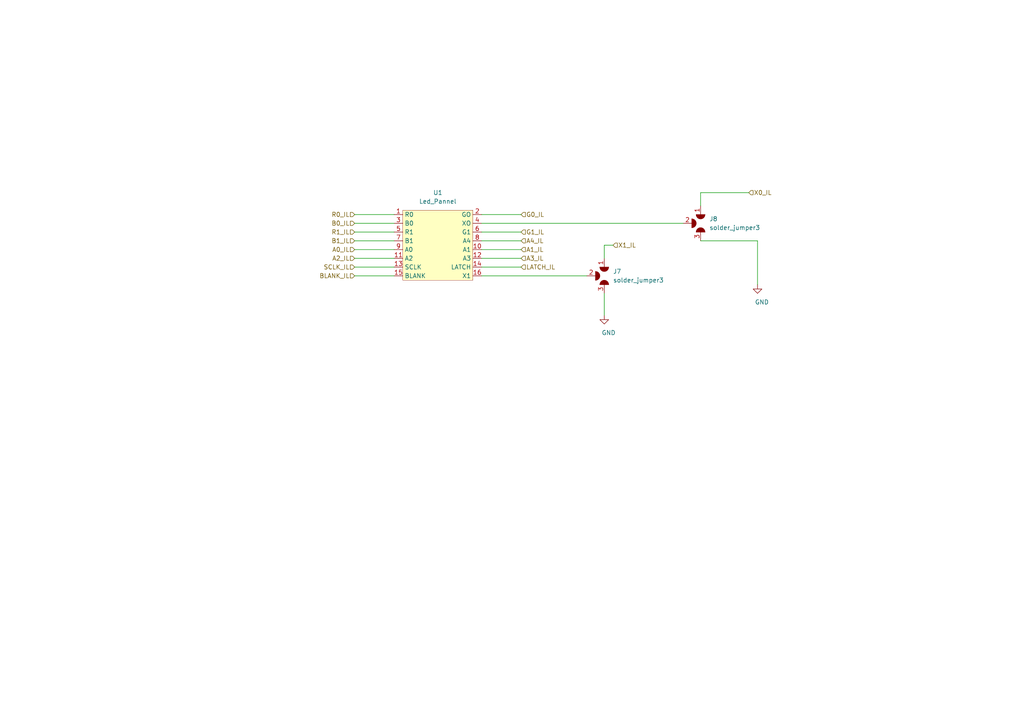
<source format=kicad_sch>
(kicad_sch (version 20210126) (generator eeschema)
  (paper "A4")
  (lib_symbols
    (symbol "conectors:Led_Pannel"
      (property "Reference" "CON" (at 0 0 0))
      (property "Value" "Led_Pannel" (at 0 3.81 0))
      (symbol "Led_Pannel_0_1"
        (rectangle (start -10.16 10.16) (end 10.16 -10.16) (stroke (width 0.001)) (fill (type background)))
      )
      (symbol "Led_Pannel_1_1"
        (pin unspecified line (at -12.7 8.89 0) (length 2.54) (name "R0") (number "1"))
        (pin unspecified line (at 12.7 -1.27 180) (length 2.54) (name "A1") (number "10"))
        (pin unspecified line (at -12.7 -3.81 0) (length 2.54) (name "A2") (number "11"))
        (pin unspecified line (at 12.7 -3.81 180) (length 2.54) (name "A3") (number "12"))
        (pin unspecified line (at -12.7 -6.35 0) (length 2.54) (name "SCLK") (number "13"))
        (pin unspecified line (at 12.7 -6.35 180) (length 2.54) (name "LATCH") (number "14"))
        (pin unspecified line (at -12.7 -8.89 0) (length 2.54) (name "BLANK") (number "15"))
        (pin unspecified line (at 12.7 -8.89 180) (length 2.54) (name "X1") (number "16"))
        (pin unspecified line (at 12.7 8.89 180) (length 2.54) (name "GO") (number "2"))
        (pin unspecified line (at -12.7 6.35 0) (length 2.54) (name "B0") (number "3"))
        (pin unspecified line (at 12.7 6.35 180) (length 2.54) (name "XO") (number "4"))
        (pin unspecified line (at -12.7 3.81 0) (length 2.54) (name "R1") (number "5"))
        (pin unspecified line (at 12.7 3.81 180) (length 2.54) (name "G1") (number "6"))
        (pin unspecified line (at -12.7 1.27 0) (length 2.54) (name "B1") (number "7"))
        (pin unspecified line (at 12.7 1.27 180) (length 2.54) (name "A4") (number "8"))
        (pin unspecified line (at -12.7 -1.27 0) (length 2.54) (name "A0") (number "9"))
      )
    )
    (symbol "conectors:solder_jumper3" (pin_names (offset 1.016))
      (property "Reference" "j" (at 0 2.54 0))
      (property "Value" "solder_jumper3" (at 0 5.08 0))
      (symbol "solder_jumper3_0_1"
        (arc (start -2.54 -1.27) (end -2.54 1.27) (radius (at -2.54 0) (length 1.27) (angles -89.9 89.9)) (fill (type outline)))
        (polyline (pts (xy -2.54 1.27) (xy -2.54 -1.27)))
      )
      (symbol "solder_jumper3_1_1"
        (arc (start 1.27 -2.54) (end -1.27 -2.54) (radius (at 0 -2.54) (length 1.27) (angles 0.1 179.9)) (fill (type outline)))
        (arc (start 2.54 1.27) (end 2.54 -1.27) (radius (at 2.54 0) (length 1.27) (angles 90.1 -90.1)) (fill (type outline)))
        (polyline (pts (xy -1.27 -2.54) (xy 1.27 -2.54)))
        (polyline (pts (xy 2.54 -1.27) (xy 2.54 1.27)))
        (pin unspecified line (at -5.08 0 0) (length 2.54) (name "~") (number "1"))
        (pin unspecified line (at 0 -5.08 90) (length 2.54) (name "~") (number "2"))
        (pin unspecified line (at 5.08 0 180) (length 2.54) (name "~") (number "3"))
      )
    )
    (symbol "power:GND" (power) (pin_names (offset 0))
      (property "Value" "GND" (at 0 -3.81 0))
      (symbol "GND_0_1"
        (polyline (pts (xy 0 0) (xy 0 -1.27) (xy 1.27 -1.27) (xy 0 -2.54) (xy -1.27 -1.27) (xy 0 -1.27)))
      )
      (symbol "GND_1_1"
        (pin power_in line (at 0 0 270) (length 0) hide (name "GND") (number "1"))
      )
    )
  )
  (wire (pts (xy 102.87 62.23) (xy 114.3 62.23)))
  (wire (pts (xy 102.87 64.77) (xy 114.3 64.77)))
  (wire (pts (xy 102.87 67.31) (xy 114.3 67.31)))
  (wire (pts (xy 102.87 69.85) (xy 114.3 69.85)))
  (wire (pts (xy 102.87 72.39) (xy 114.3 72.39)))
  (wire (pts (xy 102.87 74.93) (xy 114.3 74.93)))
  (wire (pts (xy 102.87 77.47) (xy 114.3 77.47)))
  (wire (pts (xy 102.87 80.01) (xy 114.3 80.01)))
  (wire (pts (xy 139.7 62.23) (xy 151.13 62.23)))
  (wire (pts (xy 139.7 64.77) (xy 198.12 64.77)))
  (wire (pts (xy 139.7 67.31) (xy 151.13 67.31)))
  (wire (pts (xy 139.7 69.85) (xy 151.13 69.85)))
  (wire (pts (xy 139.7 72.39) (xy 151.13 72.39)))
  (wire (pts (xy 139.7 74.93) (xy 151.13 74.93)))
  (wire (pts (xy 139.7 77.47) (xy 151.13 77.47)))
  (wire (pts (xy 139.7 80.01) (xy 170.18 80.01)))
  (wire (pts (xy 175.26 71.12) (xy 177.8 71.12)))
  (wire (pts (xy 175.26 74.93) (xy 175.26 71.12)))
  (wire (pts (xy 175.26 85.09) (xy 175.26 91.44)))
  (wire (pts (xy 203.2 55.88) (xy 217.17 55.88)))
  (wire (pts (xy 203.2 59.69) (xy 203.2 55.88)))
  (wire (pts (xy 203.2 69.85) (xy 219.71 69.85)))
  (wire (pts (xy 219.71 69.85) (xy 219.71 82.55)))
  (hierarchical_label "R0_IL" (shape input) (at 102.87 62.23 180))
  (hierarchical_label "B0_IL" (shape input) (at 102.87 64.77 180))
  (hierarchical_label "R1_IL" (shape input) (at 102.87 67.31 180))
  (hierarchical_label "B1_IL" (shape input) (at 102.87 69.85 180))
  (hierarchical_label "A0_IL" (shape input) (at 102.87 72.39 180))
  (hierarchical_label "A2_IL" (shape input) (at 102.87 74.93 180))
  (hierarchical_label "SCLK_IL" (shape input) (at 102.87 77.47 180))
  (hierarchical_label "BLANK_IL" (shape input) (at 102.87 80.01 180))
  (hierarchical_label "G0_IL" (shape input) (at 151.13 62.23 0))
  (hierarchical_label "G1_IL" (shape input) (at 151.13 67.31 0))
  (hierarchical_label "A4_IL" (shape input) (at 151.13 69.85 0))
  (hierarchical_label "A1_IL" (shape input) (at 151.13 72.39 0))
  (hierarchical_label "A3_IL" (shape input) (at 151.13 74.93 0))
  (hierarchical_label "LATCH_IL" (shape input) (at 151.13 77.47 0))
  (hierarchical_label "X1_IL" (shape input) (at 177.8 71.12 0))
  (hierarchical_label "X0_IL" (shape input) (at 217.17 55.88 0))
  (symbol (lib_id "power:GND") (at 175.26 91.44 0) (unit 1)
    (property "Reference" "#PWR045" (effects hide))
    (property "Value" "GND" (at 176.53 96.52 0))
  )
  (symbol (lib_id "power:GND") (at 219.71 82.55 0) (unit 1)
    (property "Reference" "#PWR046" (effects hide))
    (property "Value" "GND" (at 220.98 87.63 0))
  )
  (symbol (lib_id "conectors:solder_jumper3") (at 175.26 80.01 270) (unit 1)
    (property "Reference" "J7" (at 177.8 78.74 90) (effects (justify left)))
    (property "Value" "solder_jumper3" (at 177.8 81.28 90) (effects (justify left)))
    (property "Footprint" "vanalles:SolderJumper-3_P2.0mm_Open_TrianglePad1.0x1.5mm_NumberLabels" (effects hide))
  )
  (symbol (lib_id "conectors:solder_jumper3") (at 203.2 64.77 270) (unit 1)
    (property "Reference" "J8" (at 205.74 63.5 90) (effects (justify left)))
    (property "Value" "solder_jumper3" (at 205.74 66.04 90) (effects (justify left)))
    (property "Footprint" "vanalles:SolderJumper-3_P2.0mm_Open_TrianglePad1.0x1.5mm_NumberLabels" (effects hide))
  )
  (symbol (lib_id "conectors:Led_Pannel") (at 127 71.12 0) (unit 1)
    (property "Reference" "U1" (at 127 55.88 0))
    (property "Value" "Led_Pannel" (at 127 58.42 0))
    (property "Footprint" "connectors_user:2x8" (effects hide))
  )
)
</source>
